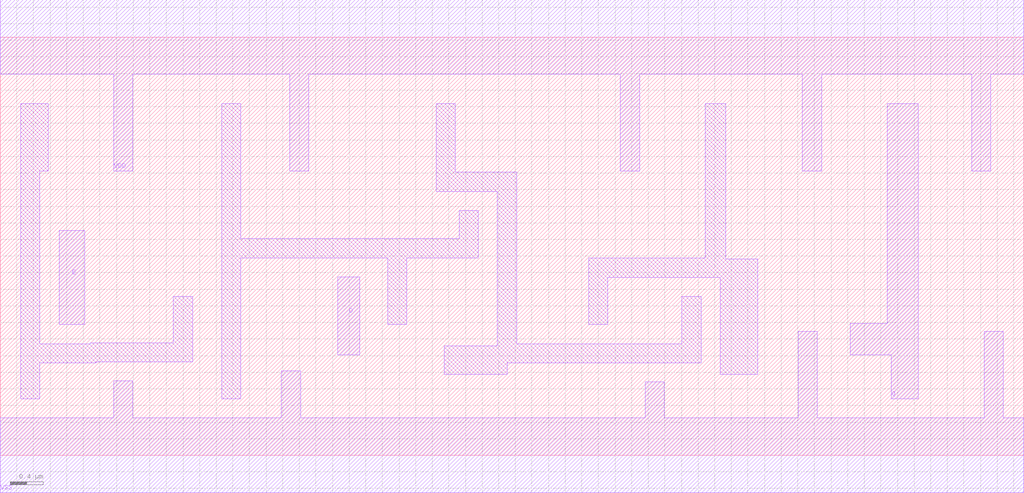
<source format=lef>
# Copyright 2022 GlobalFoundries PDK Authors
#
# Licensed under the Apache License, Version 2.0 (the "License");
# you may not use this file except in compliance with the License.
# You may obtain a copy of the License at
#
#      http://www.apache.org/licenses/LICENSE-2.0
#
# Unless required by applicable law or agreed to in writing, software
# distributed under the License is distributed on an "AS IS" BASIS,
# WITHOUT WARRANTIES OR CONDITIONS OF ANY KIND, either express or implied.
# See the License for the specific language governing permissions and
# limitations under the License.

MACRO gf180mcu_fd_sc_mcu9t5v0__latq_2
  CLASS core ;
  FOREIGN gf180mcu_fd_sc_mcu9t5v0__latq_2 0.0 0.0 ;
  ORIGIN 0 0 ;
  SYMMETRY X Y ;
  SITE GF018hv5v_green_sc9 ;
  SIZE 12.32 BY 5.04 ;
  PIN D
    DIRECTION INPUT ;
    ANTENNAGATEAREA 0.92 ;
    PORT
      LAYER METAL1 ;
        POLYGON 4.065 1.21 4.33 1.21 4.33 2.15 4.065 2.15  ;
    END
  END D
  PIN E
    DIRECTION INPUT ;
    USE clock ;
    ANTENNAGATEAREA 1.164 ;
    PORT
      LAYER METAL1 ;
        POLYGON 0.71 1.575 1.015 1.575 1.015 2.71 0.71 2.71  ;
    END
  END E
  PIN Q
    DIRECTION OUTPUT ;
    ANTENNADIFFAREA 1.638 ;
    PORT
      LAYER METAL1 ;
        POLYGON 10.23 1.21 10.725 1.21 10.725 0.68 11.05 0.68 11.05 4.235 10.675 4.235 10.675 1.59 10.23 1.59  ;
    END
  END Q
  PIN VDD
    DIRECTION INOUT ;
    USE power ;
    SHAPE ABUTMENT ;
    PORT
      LAYER METAL1 ;
        POLYGON 0 4.59 1.365 4.59 1.365 3.425 1.595 3.425 1.595 4.59 2.315 4.59 3.485 4.59 3.485 3.425 3.715 3.425 3.715 4.59 7.465 4.59 7.465 3.425 7.695 3.425 7.695 4.59 9.115 4.59 9.655 4.59 9.655 3.425 9.885 3.425 9.885 4.59 11.695 4.59 11.695 3.425 11.925 3.425 11.925 4.59 12.32 4.59 12.32 5.49 9.115 5.49 2.315 5.49 0 5.49  ;
    END
  END VDD
  PIN VSS
    DIRECTION INOUT ;
    USE ground ;
    SHAPE ABUTMENT ;
    PORT
      LAYER METAL1 ;
        POLYGON 0 -0.45 12.32 -0.45 12.32 0.45 12.075 0.45 12.075 1.49 11.845 1.49 11.845 0.45 9.835 0.45 9.835 1.49 9.605 1.49 9.605 0.45 7.995 0.45 7.995 0.885 7.765 0.885 7.765 0.45 3.615 0.45 3.615 1.02 3.385 1.02 3.385 0.45 1.595 0.45 1.595 0.895 1.365 0.895 1.365 0.45 0 0.45  ;
    END
  END VSS
  OBS
      LAYER METAL1 ;
        POLYGON 0.245 0.68 0.475 0.68 0.475 1.115 1.155 1.115 1.155 1.125 2.315 1.125 2.315 1.915 2.085 1.915 2.085 1.355 1.085 1.355 1.085 1.345 0.475 1.345 0.475 3.425 0.575 3.425 0.575 4.235 0.245 4.235  ;
        POLYGON 2.665 0.68 2.895 0.68 2.895 2.38 4.665 2.38 4.665 1.575 4.895 1.575 4.895 2.38 5.755 2.38 5.755 2.95 5.525 2.95 5.525 2.61 2.895 2.61 2.895 4.235 2.665 4.235  ;
        POLYGON 5.245 3.18 5.985 3.18 5.985 1.315 5.345 1.315 5.345 0.975 6.1 0.975 6.1 1.115 8.435 1.115 8.435 1.915 8.205 1.915 8.205 1.345 6.215 1.345 6.215 3.41 5.475 3.41 5.475 4.235 5.245 4.235  ;
        POLYGON 7.085 1.575 7.315 1.575 7.315 2.145 8.665 2.145 8.665 0.975 9.115 0.975 9.115 2.365 8.735 2.365 8.735 4.235 8.485 4.235 8.485 2.375 7.085 2.375  ;
  END
END gf180mcu_fd_sc_mcu9t5v0__latq_2

</source>
